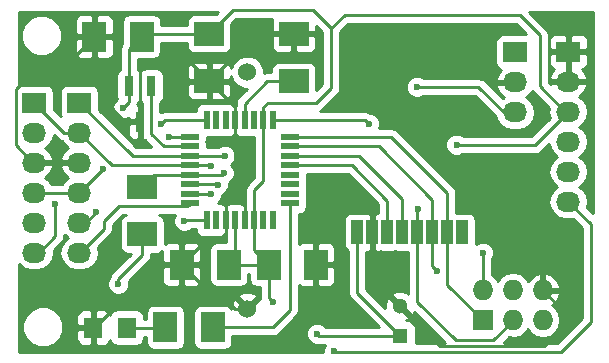
<source format=gtl>
G04 #@! TF.FileFunction,Copper,L1,Top,Signal*
%FSLAX46Y46*%
G04 Gerber Fmt 4.6, Leading zero omitted, Abs format (unit mm)*
G04 Created by KiCad (PCBNEW 4.0.2-stable) date 02.07.2016 15:57:05*
%MOMM*%
G01*
G04 APERTURE LIST*
%ADD10C,0.100000*%
%ADD11R,2.032000X1.727200*%
%ADD12O,2.032000X1.727200*%
%ADD13R,1.000000X2.000000*%
%ADD14R,1.727200X1.727200*%
%ADD15O,1.727200X1.727200*%
%ADD16R,0.550000X1.600000*%
%ADD17R,1.600000X0.550000*%
%ADD18C,1.524000*%
%ADD19R,2.000000X2.500000*%
%ADD20R,0.800100X1.800860*%
%ADD21R,2.500000X2.000000*%
%ADD22R,1.300000X1.300000*%
%ADD23C,1.300000*%
%ADD24R,1.597660X1.800860*%
%ADD25C,0.600000*%
%ADD26C,0.250000*%
%ADD27C,0.254000*%
G04 APERTURE END LIST*
D10*
D11*
X145669000Y-85979000D03*
D12*
X145669000Y-88519000D03*
X145669000Y-91059000D03*
X145669000Y-93599000D03*
X145669000Y-96139000D03*
X145669000Y-98679000D03*
D13*
X173019000Y-96965000D03*
X174289000Y-96965000D03*
X175559000Y-96965000D03*
X176829000Y-96965000D03*
X178099000Y-96965000D03*
X179369000Y-96965000D03*
X180639000Y-96965000D03*
X181909000Y-96965000D03*
D14*
X183642000Y-104394000D03*
D15*
X183642000Y-101854000D03*
X186182000Y-104394000D03*
X186182000Y-101854000D03*
X188722000Y-104394000D03*
X188722000Y-101854000D03*
D16*
X160268000Y-95944000D03*
X161068000Y-95944000D03*
X161868000Y-95944000D03*
X162668000Y-95944000D03*
X163468000Y-95944000D03*
X164268000Y-95944000D03*
X165068000Y-95944000D03*
X165868000Y-95944000D03*
D17*
X167318000Y-94494000D03*
X167318000Y-93694000D03*
X167318000Y-92894000D03*
X167318000Y-92094000D03*
X167318000Y-91294000D03*
X167318000Y-90494000D03*
X167318000Y-89694000D03*
X167318000Y-88894000D03*
D16*
X165868000Y-87444000D03*
X165068000Y-87444000D03*
X164268000Y-87444000D03*
X163468000Y-87444000D03*
X162668000Y-87444000D03*
X161868000Y-87444000D03*
X161068000Y-87444000D03*
X160268000Y-87444000D03*
D17*
X158818000Y-88894000D03*
X158818000Y-89694000D03*
X158818000Y-90494000D03*
X158818000Y-91294000D03*
X158818000Y-92094000D03*
X158818000Y-92894000D03*
X158818000Y-93694000D03*
X158818000Y-94494000D03*
D11*
X149479000Y-85979000D03*
D12*
X149479000Y-88519000D03*
X149479000Y-91059000D03*
X149479000Y-93599000D03*
X149479000Y-96139000D03*
X149479000Y-98679000D03*
D18*
X163719500Y-103425000D03*
X163719500Y-83425000D03*
D19*
X154755600Y-80391000D03*
X150755600Y-80391000D03*
D11*
X190881000Y-81661000D03*
D12*
X190881000Y-84201000D03*
X190881000Y-86741000D03*
X190881000Y-89281000D03*
X190881000Y-91821000D03*
X190881000Y-94361000D03*
D20*
X155572500Y-84604860D03*
X153672500Y-84604860D03*
X154622500Y-87607140D03*
D11*
X186372500Y-81724500D03*
D12*
X186372500Y-84264500D03*
X186372500Y-86804500D03*
D21*
X167640000Y-84169000D03*
X167640000Y-80169000D03*
X154813000Y-97123000D03*
X154813000Y-93123000D03*
D19*
X165513000Y-99695000D03*
X169513000Y-99695000D03*
D22*
X176657000Y-105727500D03*
D23*
X176657000Y-103227500D03*
D24*
X153515060Y-105029000D03*
X150675340Y-105029000D03*
D21*
X160464500Y-80169000D03*
X160464500Y-84169000D03*
D19*
X162147000Y-99695000D03*
X158147000Y-99695000D03*
X160775400Y-105003600D03*
X156775400Y-105003600D03*
D25*
X164401500Y-79184500D03*
X171450000Y-93789500D03*
X151460200Y-91617800D03*
X153187400Y-86436200D03*
X169608500Y-105537000D03*
X165862000Y-102870000D03*
X183642000Y-98679000D03*
X181419500Y-89535000D03*
X158369000Y-95986600D03*
X150876000Y-95275400D03*
X179768500Y-100203000D03*
X178117500Y-94996000D03*
X173990000Y-87757000D03*
X147447000Y-94538800D03*
X156413200Y-87757000D03*
X157048200Y-88874600D03*
X161798000Y-90487500D03*
X160591500Y-91313000D03*
X161226500Y-92964000D03*
X160655000Y-93726000D03*
X161734500Y-91948000D03*
X171069000Y-106997500D03*
X152781000Y-101346000D03*
X178054000Y-84645500D03*
D26*
X164401500Y-79184500D02*
X165227000Y-80010000D01*
X165227000Y-80010000D02*
X165227000Y-80169000D01*
X158147000Y-99695000D02*
X158147000Y-99688400D01*
X158147000Y-99688400D02*
X160096200Y-97739200D01*
X161868000Y-97059600D02*
X161868000Y-95944000D01*
X161188400Y-97739200D02*
X161868000Y-97059600D01*
X160096200Y-97739200D02*
X161188400Y-97739200D01*
X163719500Y-103425000D02*
X162657800Y-103425000D01*
X160331400Y-101879400D02*
X158147000Y-99695000D01*
X161112200Y-101879400D02*
X160331400Y-101879400D01*
X162657800Y-103425000D02*
X161112200Y-101879400D01*
X150675340Y-105029000D02*
X150698200Y-105029000D01*
X150698200Y-105029000D02*
X156032200Y-99695000D01*
X156032200Y-99695000D02*
X158147000Y-99695000D01*
X145669000Y-91059000D02*
X145567400Y-91059000D01*
X145567400Y-91059000D02*
X144119600Y-89611200D01*
X147809200Y-83337400D02*
X150755600Y-80391000D01*
X145592800Y-83337400D02*
X147809200Y-83337400D01*
X144119600Y-84810600D02*
X145592800Y-83337400D01*
X144119600Y-89611200D02*
X144119600Y-84810600D01*
X145669000Y-91059000D02*
X149479000Y-91059000D01*
X150675340Y-105029000D02*
X150675340Y-104980740D01*
X150755600Y-80391000D02*
X150755600Y-84283800D01*
X150755600Y-84283800D02*
X152222200Y-85750400D01*
X152222200Y-85750400D02*
X152222200Y-86461600D01*
X152222200Y-86461600D02*
X153367740Y-87607140D01*
X153367740Y-87607140D02*
X154622500Y-87607140D01*
X161868000Y-95944000D02*
X161868000Y-93465500D01*
X162668000Y-92665500D02*
X162668000Y-90722500D01*
X161868000Y-93465500D02*
X162668000Y-92665500D01*
X188722000Y-101854000D02*
X190373000Y-103505000D01*
X180040498Y-106610998D02*
X176657000Y-103227500D01*
X188791002Y-106610998D02*
X180040498Y-106610998D01*
X190373000Y-105029000D02*
X188791002Y-106610998D01*
X190373000Y-103505000D02*
X190373000Y-105029000D01*
X188722000Y-101854000D02*
X189039500Y-101854000D01*
X171450000Y-93789500D02*
X171450000Y-94805500D01*
X174289000Y-96965000D02*
X174289000Y-95485500D01*
X174289000Y-95485500D02*
X173609000Y-94805500D01*
X173609000Y-94805500D02*
X171450000Y-94805500D01*
X169513000Y-96742500D02*
X169513000Y-99695000D01*
X171450000Y-94805500D02*
X169513000Y-96742500D01*
X160464500Y-84169000D02*
X160464500Y-84137500D01*
X160464500Y-84137500D02*
X164433000Y-80169000D01*
X164433000Y-80169000D02*
X165227000Y-80169000D01*
X165227000Y-80169000D02*
X167640000Y-80169000D01*
X154622500Y-87607140D02*
X154622500Y-83312000D01*
X158909000Y-82613500D02*
X160464500Y-84169000D01*
X155321000Y-82613500D02*
X158909000Y-82613500D01*
X154622500Y-83312000D02*
X155321000Y-82613500D01*
X154264360Y-87249000D02*
X154622500Y-87607140D01*
X174289000Y-96965000D02*
X174289000Y-100859500D01*
X174289000Y-100859500D02*
X176657000Y-103227500D01*
X160464500Y-84169000D02*
X160464500Y-83439000D01*
X162668000Y-87444000D02*
X162668000Y-86372500D01*
X162668000Y-86372500D02*
X160464500Y-84169000D01*
X159067500Y-99695000D02*
X158147000Y-99695000D01*
X163468000Y-95944000D02*
X163468000Y-91522500D01*
X163468000Y-91522500D02*
X162668000Y-90722500D01*
X162668000Y-90722500D02*
X162668000Y-87444000D01*
X163468000Y-87444000D02*
X163468000Y-86087000D01*
X165386000Y-84169000D02*
X167640000Y-84169000D01*
X163468000Y-86087000D02*
X165386000Y-84169000D01*
X149479000Y-93599000D02*
X151460200Y-91617800D01*
X153672500Y-85951100D02*
X153672500Y-84604860D01*
X153187400Y-86436200D02*
X153672500Y-85951100D01*
X145669000Y-93599000D02*
X149479000Y-93599000D01*
X153672500Y-84604860D02*
X153672500Y-81474100D01*
X153672500Y-81474100D02*
X154755600Y-80391000D01*
X160464500Y-80169000D02*
X154977600Y-80169000D01*
X154977600Y-80169000D02*
X154755600Y-80391000D01*
X165513000Y-99695000D02*
X165513000Y-102521000D01*
X169799000Y-105727500D02*
X176657000Y-105727500D01*
X169608500Y-105537000D02*
X169799000Y-105727500D01*
X165513000Y-102521000D02*
X165862000Y-102870000D01*
X183642000Y-101854000D02*
X183642000Y-98679000D01*
X190881000Y-86741000D02*
X190627000Y-86741000D01*
X190627000Y-86741000D02*
X188468000Y-84582000D01*
X171958000Y-78549500D02*
X170815000Y-79692500D01*
X186753500Y-78549500D02*
X171958000Y-78549500D01*
X188468000Y-80264000D02*
X186753500Y-78549500D01*
X188468000Y-84582000D02*
X188468000Y-80264000D01*
X165068000Y-87444000D02*
X165068000Y-92615000D01*
X164268000Y-93415000D02*
X164268000Y-95944000D01*
X165068000Y-92615000D02*
X164268000Y-93415000D01*
X165068000Y-87444000D02*
X165068000Y-86328500D01*
X162465000Y-78168500D02*
X160464500Y-80169000D01*
X169291000Y-78168500D02*
X162465000Y-78168500D01*
X170815000Y-79692500D02*
X169291000Y-78168500D01*
X170815000Y-84709000D02*
X170815000Y-79692500D01*
X169545000Y-85979000D02*
X170815000Y-84709000D01*
X165417500Y-85979000D02*
X169545000Y-85979000D01*
X165068000Y-86328500D02*
X165417500Y-85979000D01*
X188023500Y-89598500D02*
X190881000Y-86741000D01*
X181483000Y-89598500D02*
X188023500Y-89598500D01*
X181419500Y-89535000D02*
X181483000Y-89598500D01*
X173019000Y-96965000D02*
X173019000Y-102089500D01*
X173019000Y-102089500D02*
X176657000Y-105727500D01*
X160179000Y-80454500D02*
X160464500Y-80169000D01*
X162147000Y-99695000D02*
X165513000Y-99695000D01*
X164268000Y-95944000D02*
X164268000Y-98450000D01*
X164268000Y-98450000D02*
X165513000Y-99695000D01*
X162668000Y-95944000D02*
X162668000Y-99174000D01*
X162668000Y-99174000D02*
X162147000Y-99695000D01*
X149479000Y-96139000D02*
X150012400Y-96139000D01*
X150012400Y-96139000D02*
X150876000Y-95275400D01*
X158411600Y-95944000D02*
X160268000Y-95944000D01*
X158369000Y-95986600D02*
X158411600Y-95944000D01*
X149479000Y-96139000D02*
X149415500Y-96139000D01*
X175559000Y-96965000D02*
X175559000Y-94279000D01*
X172574000Y-91294000D02*
X167318000Y-91294000D01*
X175559000Y-94279000D02*
X172574000Y-91294000D01*
X176829000Y-96965000D02*
X176829000Y-94152000D01*
X173171000Y-90494000D02*
X167318000Y-90494000D01*
X176829000Y-94152000D02*
X173171000Y-90494000D01*
X179768500Y-100203000D02*
X179369000Y-99803500D01*
X179369000Y-99803500D02*
X179369000Y-96965000D01*
X179369000Y-96965000D02*
X179369000Y-94215500D01*
X174847500Y-89694000D02*
X167318000Y-89694000D01*
X179369000Y-94215500D02*
X174847500Y-89694000D01*
X180639000Y-96965000D02*
X180639000Y-101391000D01*
X180639000Y-101391000D02*
X183642000Y-104394000D01*
X180639000Y-96965000D02*
X180639000Y-93644000D01*
X175889000Y-88894000D02*
X167318000Y-88894000D01*
X180639000Y-93644000D02*
X175889000Y-88894000D01*
X165868000Y-87444000D02*
X173677000Y-87444000D01*
X178099000Y-95014500D02*
X178099000Y-96965000D01*
X178117500Y-94996000D02*
X178099000Y-95014500D01*
X173677000Y-87444000D02*
X173990000Y-87757000D01*
X186182000Y-104394000D02*
X186182000Y-104457500D01*
X186182000Y-104457500D02*
X184531000Y-106108500D01*
X178099000Y-102851500D02*
X178099000Y-96965000D01*
X181356000Y-106108500D02*
X178099000Y-102851500D01*
X184531000Y-106108500D02*
X181356000Y-106108500D01*
X186182000Y-104394000D02*
X186182000Y-104775000D01*
X145669000Y-98679000D02*
X146050000Y-98679000D01*
X146050000Y-98679000D02*
X147447000Y-97282000D01*
X147447000Y-97282000D02*
X147447000Y-94538800D01*
X156413200Y-87757000D02*
X156726200Y-87444000D01*
X156726200Y-87444000D02*
X160268000Y-87444000D01*
X145415000Y-98679000D02*
X145478500Y-98679000D01*
X157067600Y-88894000D02*
X158818000Y-88894000D01*
X157048200Y-88874600D02*
X157067600Y-88894000D01*
X155572500Y-84604860D02*
X155572500Y-88642102D01*
X156624398Y-89694000D02*
X158818000Y-89694000D01*
X155572500Y-88642102D02*
X156624398Y-89694000D01*
X158818000Y-90494000D02*
X153994000Y-90494000D01*
X153994000Y-90494000D02*
X149479000Y-85979000D01*
X161791500Y-90494000D02*
X158818000Y-90494000D01*
X161798000Y-90487500D02*
X161791500Y-90494000D01*
X149479000Y-88519000D02*
X148209000Y-88519000D01*
X148209000Y-88519000D02*
X145669000Y-85979000D01*
X158818000Y-91294000D02*
X152254000Y-91294000D01*
X152254000Y-91294000D02*
X149479000Y-88519000D01*
X149098000Y-88519000D02*
X149479000Y-88519000D01*
X160572500Y-91294000D02*
X158818000Y-91294000D01*
X160591500Y-91313000D02*
X160572500Y-91294000D01*
X158818000Y-92894000D02*
X161156500Y-92894000D01*
X161156500Y-92894000D02*
X161226500Y-92964000D01*
X158818000Y-93694000D02*
X160623000Y-93694000D01*
X160623000Y-93694000D02*
X160655000Y-93726000D01*
X149479000Y-98679000D02*
X149542500Y-98679000D01*
X149542500Y-98679000D02*
X151574500Y-96647000D01*
X152844500Y-94742000D02*
X158570000Y-94742000D01*
X151574500Y-96012000D02*
X152844500Y-94742000D01*
X151574500Y-96647000D02*
X151574500Y-96012000D01*
X158570000Y-94742000D02*
X158818000Y-94494000D01*
X158818000Y-94610500D02*
X158818000Y-94494000D01*
X158818000Y-92094000D02*
X161588500Y-92094000D01*
X161588500Y-92094000D02*
X161734500Y-91948000D01*
X158818000Y-92094000D02*
X155842000Y-92094000D01*
X155842000Y-92094000D02*
X154813000Y-93123000D01*
X154813000Y-97123000D02*
X154813000Y-98869500D01*
X192786000Y-96266000D02*
X190881000Y-94361000D01*
X192786000Y-104521000D02*
X192786000Y-96266000D01*
X190246000Y-107061000D02*
X192786000Y-104521000D01*
X171132500Y-107061000D02*
X190246000Y-107061000D01*
X171069000Y-106997500D02*
X171132500Y-107061000D01*
X152781000Y-100901500D02*
X152781000Y-101346000D01*
X154813000Y-98869500D02*
X152781000Y-100901500D01*
X153515060Y-105029000D02*
X156750000Y-105029000D01*
X156750000Y-105029000D02*
X156775400Y-105003600D01*
X153257500Y-105029000D02*
X153384500Y-104902000D01*
X160775400Y-105003600D02*
X165862000Y-105003600D01*
X167318000Y-103547600D02*
X167318000Y-94494000D01*
X165862000Y-105003600D02*
X167318000Y-103547600D01*
X183261000Y-84645500D02*
X185420000Y-86804500D01*
X178054000Y-84645500D02*
X183261000Y-84645500D01*
X185420000Y-86804500D02*
X186372500Y-86804500D01*
D27*
G36*
X174799000Y-94593802D02*
X174799000Y-95330000D01*
X174574750Y-95330000D01*
X174416000Y-95488750D01*
X174416000Y-95943075D01*
X174411560Y-95965000D01*
X174411560Y-97965000D01*
X174416000Y-97988597D01*
X174416000Y-98441250D01*
X174574750Y-98600000D01*
X174915309Y-98600000D01*
X174942320Y-98588812D01*
X175059000Y-98612440D01*
X176059000Y-98612440D01*
X176198956Y-98586105D01*
X176329000Y-98612440D01*
X177329000Y-98612440D01*
X177339000Y-98610558D01*
X177339000Y-102173556D01*
X177320729Y-102097889D01*
X176837922Y-101929878D01*
X176327572Y-101959417D01*
X175993271Y-102097889D01*
X175937590Y-102328484D01*
X176657000Y-103047895D01*
X176671142Y-103033752D01*
X176850748Y-103213358D01*
X176836605Y-103227500D01*
X177556016Y-103946910D01*
X177786611Y-103891229D01*
X177858201Y-103685503D01*
X180473698Y-106301000D01*
X177954440Y-106301000D01*
X177954440Y-105077500D01*
X177910162Y-104842183D01*
X177771090Y-104626059D01*
X177558890Y-104481069D01*
X177307000Y-104430060D01*
X177144615Y-104430060D01*
X177320729Y-104357111D01*
X177376410Y-104126516D01*
X176657000Y-103407105D01*
X176642858Y-103421248D01*
X176463252Y-103241642D01*
X176477395Y-103227500D01*
X175757984Y-102508090D01*
X175527389Y-102563771D01*
X175359378Y-103046578D01*
X175378331Y-103374029D01*
X173779000Y-101774698D01*
X173779000Y-98600000D01*
X174003250Y-98600000D01*
X174162000Y-98441250D01*
X174162000Y-97986925D01*
X174166440Y-97965000D01*
X174166440Y-95965000D01*
X174162000Y-95941403D01*
X174162000Y-95488750D01*
X174003250Y-95330000D01*
X173662691Y-95330000D01*
X173635680Y-95341188D01*
X173519000Y-95317560D01*
X172519000Y-95317560D01*
X172283683Y-95361838D01*
X172067559Y-95500910D01*
X171922569Y-95713110D01*
X171871560Y-95965000D01*
X171871560Y-97965000D01*
X171915838Y-98200317D01*
X172054910Y-98416441D01*
X172259000Y-98555890D01*
X172259000Y-102089500D01*
X172316852Y-102380339D01*
X172481599Y-102626901D01*
X174822198Y-104967500D01*
X170361131Y-104967500D01*
X170138827Y-104744808D01*
X169795299Y-104602162D01*
X169423333Y-104601838D01*
X169079557Y-104743883D01*
X168816308Y-105006673D01*
X168673662Y-105350201D01*
X168673338Y-105722167D01*
X168815383Y-106065943D01*
X169078173Y-106329192D01*
X169421701Y-106471838D01*
X169721576Y-106472099D01*
X169799000Y-106487500D01*
X170268367Y-106487500D01*
X170134162Y-106810701D01*
X170133899Y-107113000D01*
X144347000Y-107113000D01*
X144347000Y-105321799D01*
X144670299Y-105321799D01*
X144933881Y-105959715D01*
X145421518Y-106448204D01*
X146058973Y-106712899D01*
X146749199Y-106713501D01*
X147387115Y-106449919D01*
X147875604Y-105962282D01*
X148140299Y-105324827D01*
X148140307Y-105314750D01*
X149241510Y-105314750D01*
X149241510Y-106055740D01*
X149338183Y-106289129D01*
X149516812Y-106467757D01*
X149750201Y-106564430D01*
X150389590Y-106564430D01*
X150548340Y-106405680D01*
X150548340Y-105156000D01*
X149400260Y-105156000D01*
X149241510Y-105314750D01*
X148140307Y-105314750D01*
X148140901Y-104634601D01*
X147879623Y-104002260D01*
X149241510Y-104002260D01*
X149241510Y-104743250D01*
X149400260Y-104902000D01*
X150548340Y-104902000D01*
X150548340Y-103652320D01*
X150802340Y-103652320D01*
X150802340Y-104902000D01*
X150822340Y-104902000D01*
X150822340Y-105156000D01*
X150802340Y-105156000D01*
X150802340Y-106405680D01*
X150961090Y-106564430D01*
X151600479Y-106564430D01*
X151833868Y-106467757D01*
X152012497Y-106289129D01*
X152097746Y-106083319D01*
X152113068Y-106164747D01*
X152252140Y-106380871D01*
X152464340Y-106525861D01*
X152716230Y-106576870D01*
X154313890Y-106576870D01*
X154549207Y-106532592D01*
X154765331Y-106393520D01*
X154910321Y-106181320D01*
X154961330Y-105929430D01*
X154961330Y-105789000D01*
X155127960Y-105789000D01*
X155127960Y-106253600D01*
X155172238Y-106488917D01*
X155311310Y-106705041D01*
X155523510Y-106850031D01*
X155775400Y-106901040D01*
X157775400Y-106901040D01*
X158010717Y-106856762D01*
X158226841Y-106717690D01*
X158371831Y-106505490D01*
X158422840Y-106253600D01*
X158422840Y-103753600D01*
X158378562Y-103518283D01*
X158239490Y-103302159D01*
X158027290Y-103157169D01*
X157775400Y-103106160D01*
X155775400Y-103106160D01*
X155540083Y-103150438D01*
X155323959Y-103289510D01*
X155178969Y-103501710D01*
X155127960Y-103753600D01*
X155127960Y-104269000D01*
X154961330Y-104269000D01*
X154961330Y-104128570D01*
X154917052Y-103893253D01*
X154777980Y-103677129D01*
X154565780Y-103532139D01*
X154313890Y-103481130D01*
X152716230Y-103481130D01*
X152480913Y-103525408D01*
X152264789Y-103664480D01*
X152119799Y-103876680D01*
X152099229Y-103978259D01*
X152012497Y-103768871D01*
X151833868Y-103590243D01*
X151600479Y-103493570D01*
X150961090Y-103493570D01*
X150802340Y-103652320D01*
X150548340Y-103652320D01*
X150389590Y-103493570D01*
X149750201Y-103493570D01*
X149516812Y-103590243D01*
X149338183Y-103768871D01*
X149241510Y-104002260D01*
X147879623Y-104002260D01*
X147877319Y-103996685D01*
X147389682Y-103508196D01*
X146752227Y-103243501D01*
X146062001Y-103242899D01*
X145424085Y-103506481D01*
X144935596Y-103994118D01*
X144670901Y-104631573D01*
X144670299Y-105321799D01*
X144347000Y-105321799D01*
X144347000Y-102444787D01*
X162918892Y-102444787D01*
X163719500Y-103245395D01*
X164520108Y-102444787D01*
X164450643Y-102202603D01*
X163927198Y-102015856D01*
X163372132Y-102043638D01*
X162988357Y-102202603D01*
X162918892Y-102444787D01*
X144347000Y-102444787D01*
X144347000Y-99622556D01*
X144424585Y-99738670D01*
X144910766Y-100063526D01*
X145484255Y-100177600D01*
X145853745Y-100177600D01*
X146427234Y-100063526D01*
X146913415Y-99738670D01*
X147238271Y-99252489D01*
X147352345Y-98679000D01*
X147314593Y-98489209D01*
X147984401Y-97819401D01*
X148149148Y-97572840D01*
X148207000Y-97282000D01*
X148207000Y-97157386D01*
X148234585Y-97198670D01*
X148549366Y-97409000D01*
X148234585Y-97619330D01*
X147909729Y-98105511D01*
X147795655Y-98679000D01*
X147909729Y-99252489D01*
X148234585Y-99738670D01*
X148720766Y-100063526D01*
X149294255Y-100177600D01*
X149663745Y-100177600D01*
X150237234Y-100063526D01*
X150723415Y-99738670D01*
X151048271Y-99252489D01*
X151162345Y-98679000D01*
X151071917Y-98224385D01*
X152111901Y-97184401D01*
X152276648Y-96937839D01*
X152334500Y-96647000D01*
X152334500Y-96326802D01*
X153159302Y-95502000D01*
X153422484Y-95502000D01*
X153327683Y-95519838D01*
X153111559Y-95658910D01*
X152966569Y-95871110D01*
X152915560Y-96123000D01*
X152915560Y-98123000D01*
X152959838Y-98358317D01*
X153098910Y-98574441D01*
X153311110Y-98719431D01*
X153563000Y-98770440D01*
X153837258Y-98770440D01*
X152243599Y-100364099D01*
X152078852Y-100610661D01*
X152050278Y-100754310D01*
X151988808Y-100815673D01*
X151846162Y-101159201D01*
X151845838Y-101531167D01*
X151987883Y-101874943D01*
X152250673Y-102138192D01*
X152594201Y-102280838D01*
X152966167Y-102281162D01*
X153309943Y-102139117D01*
X153573192Y-101876327D01*
X153715838Y-101532799D01*
X153716162Y-101160833D01*
X153681166Y-101076136D01*
X154776552Y-99980750D01*
X156512000Y-99980750D01*
X156512000Y-101071310D01*
X156608673Y-101304699D01*
X156787302Y-101483327D01*
X157020691Y-101580000D01*
X157861250Y-101580000D01*
X158020000Y-101421250D01*
X158020000Y-99822000D01*
X158274000Y-99822000D01*
X158274000Y-101421250D01*
X158432750Y-101580000D01*
X159273309Y-101580000D01*
X159506698Y-101483327D01*
X159685327Y-101304699D01*
X159782000Y-101071310D01*
X159782000Y-99980750D01*
X159623250Y-99822000D01*
X158274000Y-99822000D01*
X158020000Y-99822000D01*
X156670750Y-99822000D01*
X156512000Y-99980750D01*
X154776552Y-99980750D01*
X155350401Y-99406901D01*
X155515148Y-99160339D01*
X155573000Y-98869500D01*
X155573000Y-98770440D01*
X156063000Y-98770440D01*
X156298317Y-98726162D01*
X156512000Y-98588661D01*
X156512000Y-99409250D01*
X156670750Y-99568000D01*
X158020000Y-99568000D01*
X158020000Y-97968750D01*
X158274000Y-97968750D01*
X158274000Y-99568000D01*
X159623250Y-99568000D01*
X159782000Y-99409250D01*
X159782000Y-98318690D01*
X159685327Y-98085301D01*
X159506698Y-97906673D01*
X159273309Y-97810000D01*
X158432750Y-97810000D01*
X158274000Y-97968750D01*
X158020000Y-97968750D01*
X157861250Y-97810000D01*
X157020691Y-97810000D01*
X156787302Y-97906673D01*
X156710440Y-97983535D01*
X156710440Y-96123000D01*
X156666162Y-95887683D01*
X156527090Y-95671559D01*
X156314890Y-95526569D01*
X156193565Y-95502000D01*
X157557820Y-95502000D01*
X157434162Y-95799801D01*
X157433838Y-96171767D01*
X157575883Y-96515543D01*
X157838673Y-96778792D01*
X158182201Y-96921438D01*
X158554167Y-96921762D01*
X158897943Y-96779717D01*
X158973792Y-96704000D01*
X159345560Y-96704000D01*
X159345560Y-96744000D01*
X159389838Y-96979317D01*
X159528910Y-97195441D01*
X159741110Y-97340431D01*
X159993000Y-97391440D01*
X160543000Y-97391440D01*
X160672589Y-97367056D01*
X160793000Y-97391440D01*
X161343000Y-97391440D01*
X161448705Y-97371550D01*
X161466690Y-97379000D01*
X161582250Y-97379000D01*
X161678651Y-97282599D01*
X161794441Y-97208090D01*
X161867884Y-97100603D01*
X161908000Y-97162946D01*
X161908000Y-97797560D01*
X161147000Y-97797560D01*
X160911683Y-97841838D01*
X160695559Y-97980910D01*
X160550569Y-98193110D01*
X160499560Y-98445000D01*
X160499560Y-100945000D01*
X160543838Y-101180317D01*
X160682910Y-101396441D01*
X160895110Y-101541431D01*
X161147000Y-101592440D01*
X163147000Y-101592440D01*
X163382317Y-101548162D01*
X163598441Y-101409090D01*
X163743431Y-101196890D01*
X163794440Y-100945000D01*
X163794440Y-100455000D01*
X163865560Y-100455000D01*
X163865560Y-100945000D01*
X163909838Y-101180317D01*
X164048910Y-101396441D01*
X164261110Y-101541431D01*
X164513000Y-101592440D01*
X164753000Y-101592440D01*
X164753000Y-102521000D01*
X164778035Y-102646857D01*
X164699713Y-102624392D01*
X163899105Y-103425000D01*
X163913248Y-103439143D01*
X163733643Y-103618748D01*
X163719500Y-103604605D01*
X163705358Y-103618748D01*
X163525753Y-103439143D01*
X163539895Y-103425000D01*
X162739287Y-102624392D01*
X162497103Y-102693857D01*
X162310356Y-103217302D01*
X162320939Y-103428734D01*
X162239490Y-103302159D01*
X162027290Y-103157169D01*
X161775400Y-103106160D01*
X159775400Y-103106160D01*
X159540083Y-103150438D01*
X159323959Y-103289510D01*
X159178969Y-103501710D01*
X159127960Y-103753600D01*
X159127960Y-106253600D01*
X159172238Y-106488917D01*
X159311310Y-106705041D01*
X159523510Y-106850031D01*
X159775400Y-106901040D01*
X161775400Y-106901040D01*
X162010717Y-106856762D01*
X162226841Y-106717690D01*
X162371831Y-106505490D01*
X162422840Y-106253600D01*
X162422840Y-105763600D01*
X165862000Y-105763600D01*
X166152839Y-105705748D01*
X166399401Y-105541001D01*
X167855401Y-104085001D01*
X168020148Y-103838439D01*
X168078000Y-103547600D01*
X168078000Y-101408025D01*
X168153302Y-101483327D01*
X168386691Y-101580000D01*
X169227250Y-101580000D01*
X169386000Y-101421250D01*
X169386000Y-99822000D01*
X169640000Y-99822000D01*
X169640000Y-101421250D01*
X169798750Y-101580000D01*
X170639309Y-101580000D01*
X170872698Y-101483327D01*
X171051327Y-101304699D01*
X171148000Y-101071310D01*
X171148000Y-99980750D01*
X170989250Y-99822000D01*
X169640000Y-99822000D01*
X169386000Y-99822000D01*
X169366000Y-99822000D01*
X169366000Y-99568000D01*
X169386000Y-99568000D01*
X169386000Y-97968750D01*
X169640000Y-97968750D01*
X169640000Y-99568000D01*
X170989250Y-99568000D01*
X171148000Y-99409250D01*
X171148000Y-98318690D01*
X171051327Y-98085301D01*
X170872698Y-97906673D01*
X170639309Y-97810000D01*
X169798750Y-97810000D01*
X169640000Y-97968750D01*
X169386000Y-97968750D01*
X169227250Y-97810000D01*
X168386691Y-97810000D01*
X168153302Y-97906673D01*
X168078000Y-97981975D01*
X168078000Y-95416440D01*
X168118000Y-95416440D01*
X168353317Y-95372162D01*
X168569441Y-95233090D01*
X168714431Y-95020890D01*
X168765440Y-94769000D01*
X168765440Y-94219000D01*
X168741056Y-94089411D01*
X168765440Y-93969000D01*
X168765440Y-93419000D01*
X168741056Y-93289411D01*
X168765440Y-93169000D01*
X168765440Y-92619000D01*
X168741056Y-92489411D01*
X168765440Y-92369000D01*
X168765440Y-92054000D01*
X172259198Y-92054000D01*
X174799000Y-94593802D01*
X174799000Y-94593802D01*
G37*
X174799000Y-94593802D02*
X174799000Y-95330000D01*
X174574750Y-95330000D01*
X174416000Y-95488750D01*
X174416000Y-95943075D01*
X174411560Y-95965000D01*
X174411560Y-97965000D01*
X174416000Y-97988597D01*
X174416000Y-98441250D01*
X174574750Y-98600000D01*
X174915309Y-98600000D01*
X174942320Y-98588812D01*
X175059000Y-98612440D01*
X176059000Y-98612440D01*
X176198956Y-98586105D01*
X176329000Y-98612440D01*
X177329000Y-98612440D01*
X177339000Y-98610558D01*
X177339000Y-102173556D01*
X177320729Y-102097889D01*
X176837922Y-101929878D01*
X176327572Y-101959417D01*
X175993271Y-102097889D01*
X175937590Y-102328484D01*
X176657000Y-103047895D01*
X176671142Y-103033752D01*
X176850748Y-103213358D01*
X176836605Y-103227500D01*
X177556016Y-103946910D01*
X177786611Y-103891229D01*
X177858201Y-103685503D01*
X180473698Y-106301000D01*
X177954440Y-106301000D01*
X177954440Y-105077500D01*
X177910162Y-104842183D01*
X177771090Y-104626059D01*
X177558890Y-104481069D01*
X177307000Y-104430060D01*
X177144615Y-104430060D01*
X177320729Y-104357111D01*
X177376410Y-104126516D01*
X176657000Y-103407105D01*
X176642858Y-103421248D01*
X176463252Y-103241642D01*
X176477395Y-103227500D01*
X175757984Y-102508090D01*
X175527389Y-102563771D01*
X175359378Y-103046578D01*
X175378331Y-103374029D01*
X173779000Y-101774698D01*
X173779000Y-98600000D01*
X174003250Y-98600000D01*
X174162000Y-98441250D01*
X174162000Y-97986925D01*
X174166440Y-97965000D01*
X174166440Y-95965000D01*
X174162000Y-95941403D01*
X174162000Y-95488750D01*
X174003250Y-95330000D01*
X173662691Y-95330000D01*
X173635680Y-95341188D01*
X173519000Y-95317560D01*
X172519000Y-95317560D01*
X172283683Y-95361838D01*
X172067559Y-95500910D01*
X171922569Y-95713110D01*
X171871560Y-95965000D01*
X171871560Y-97965000D01*
X171915838Y-98200317D01*
X172054910Y-98416441D01*
X172259000Y-98555890D01*
X172259000Y-102089500D01*
X172316852Y-102380339D01*
X172481599Y-102626901D01*
X174822198Y-104967500D01*
X170361131Y-104967500D01*
X170138827Y-104744808D01*
X169795299Y-104602162D01*
X169423333Y-104601838D01*
X169079557Y-104743883D01*
X168816308Y-105006673D01*
X168673662Y-105350201D01*
X168673338Y-105722167D01*
X168815383Y-106065943D01*
X169078173Y-106329192D01*
X169421701Y-106471838D01*
X169721576Y-106472099D01*
X169799000Y-106487500D01*
X170268367Y-106487500D01*
X170134162Y-106810701D01*
X170133899Y-107113000D01*
X144347000Y-107113000D01*
X144347000Y-105321799D01*
X144670299Y-105321799D01*
X144933881Y-105959715D01*
X145421518Y-106448204D01*
X146058973Y-106712899D01*
X146749199Y-106713501D01*
X147387115Y-106449919D01*
X147875604Y-105962282D01*
X148140299Y-105324827D01*
X148140307Y-105314750D01*
X149241510Y-105314750D01*
X149241510Y-106055740D01*
X149338183Y-106289129D01*
X149516812Y-106467757D01*
X149750201Y-106564430D01*
X150389590Y-106564430D01*
X150548340Y-106405680D01*
X150548340Y-105156000D01*
X149400260Y-105156000D01*
X149241510Y-105314750D01*
X148140307Y-105314750D01*
X148140901Y-104634601D01*
X147879623Y-104002260D01*
X149241510Y-104002260D01*
X149241510Y-104743250D01*
X149400260Y-104902000D01*
X150548340Y-104902000D01*
X150548340Y-103652320D01*
X150802340Y-103652320D01*
X150802340Y-104902000D01*
X150822340Y-104902000D01*
X150822340Y-105156000D01*
X150802340Y-105156000D01*
X150802340Y-106405680D01*
X150961090Y-106564430D01*
X151600479Y-106564430D01*
X151833868Y-106467757D01*
X152012497Y-106289129D01*
X152097746Y-106083319D01*
X152113068Y-106164747D01*
X152252140Y-106380871D01*
X152464340Y-106525861D01*
X152716230Y-106576870D01*
X154313890Y-106576870D01*
X154549207Y-106532592D01*
X154765331Y-106393520D01*
X154910321Y-106181320D01*
X154961330Y-105929430D01*
X154961330Y-105789000D01*
X155127960Y-105789000D01*
X155127960Y-106253600D01*
X155172238Y-106488917D01*
X155311310Y-106705041D01*
X155523510Y-106850031D01*
X155775400Y-106901040D01*
X157775400Y-106901040D01*
X158010717Y-106856762D01*
X158226841Y-106717690D01*
X158371831Y-106505490D01*
X158422840Y-106253600D01*
X158422840Y-103753600D01*
X158378562Y-103518283D01*
X158239490Y-103302159D01*
X158027290Y-103157169D01*
X157775400Y-103106160D01*
X155775400Y-103106160D01*
X155540083Y-103150438D01*
X155323959Y-103289510D01*
X155178969Y-103501710D01*
X155127960Y-103753600D01*
X155127960Y-104269000D01*
X154961330Y-104269000D01*
X154961330Y-104128570D01*
X154917052Y-103893253D01*
X154777980Y-103677129D01*
X154565780Y-103532139D01*
X154313890Y-103481130D01*
X152716230Y-103481130D01*
X152480913Y-103525408D01*
X152264789Y-103664480D01*
X152119799Y-103876680D01*
X152099229Y-103978259D01*
X152012497Y-103768871D01*
X151833868Y-103590243D01*
X151600479Y-103493570D01*
X150961090Y-103493570D01*
X150802340Y-103652320D01*
X150548340Y-103652320D01*
X150389590Y-103493570D01*
X149750201Y-103493570D01*
X149516812Y-103590243D01*
X149338183Y-103768871D01*
X149241510Y-104002260D01*
X147879623Y-104002260D01*
X147877319Y-103996685D01*
X147389682Y-103508196D01*
X146752227Y-103243501D01*
X146062001Y-103242899D01*
X145424085Y-103506481D01*
X144935596Y-103994118D01*
X144670901Y-104631573D01*
X144670299Y-105321799D01*
X144347000Y-105321799D01*
X144347000Y-102444787D01*
X162918892Y-102444787D01*
X163719500Y-103245395D01*
X164520108Y-102444787D01*
X164450643Y-102202603D01*
X163927198Y-102015856D01*
X163372132Y-102043638D01*
X162988357Y-102202603D01*
X162918892Y-102444787D01*
X144347000Y-102444787D01*
X144347000Y-99622556D01*
X144424585Y-99738670D01*
X144910766Y-100063526D01*
X145484255Y-100177600D01*
X145853745Y-100177600D01*
X146427234Y-100063526D01*
X146913415Y-99738670D01*
X147238271Y-99252489D01*
X147352345Y-98679000D01*
X147314593Y-98489209D01*
X147984401Y-97819401D01*
X148149148Y-97572840D01*
X148207000Y-97282000D01*
X148207000Y-97157386D01*
X148234585Y-97198670D01*
X148549366Y-97409000D01*
X148234585Y-97619330D01*
X147909729Y-98105511D01*
X147795655Y-98679000D01*
X147909729Y-99252489D01*
X148234585Y-99738670D01*
X148720766Y-100063526D01*
X149294255Y-100177600D01*
X149663745Y-100177600D01*
X150237234Y-100063526D01*
X150723415Y-99738670D01*
X151048271Y-99252489D01*
X151162345Y-98679000D01*
X151071917Y-98224385D01*
X152111901Y-97184401D01*
X152276648Y-96937839D01*
X152334500Y-96647000D01*
X152334500Y-96326802D01*
X153159302Y-95502000D01*
X153422484Y-95502000D01*
X153327683Y-95519838D01*
X153111559Y-95658910D01*
X152966569Y-95871110D01*
X152915560Y-96123000D01*
X152915560Y-98123000D01*
X152959838Y-98358317D01*
X153098910Y-98574441D01*
X153311110Y-98719431D01*
X153563000Y-98770440D01*
X153837258Y-98770440D01*
X152243599Y-100364099D01*
X152078852Y-100610661D01*
X152050278Y-100754310D01*
X151988808Y-100815673D01*
X151846162Y-101159201D01*
X151845838Y-101531167D01*
X151987883Y-101874943D01*
X152250673Y-102138192D01*
X152594201Y-102280838D01*
X152966167Y-102281162D01*
X153309943Y-102139117D01*
X153573192Y-101876327D01*
X153715838Y-101532799D01*
X153716162Y-101160833D01*
X153681166Y-101076136D01*
X154776552Y-99980750D01*
X156512000Y-99980750D01*
X156512000Y-101071310D01*
X156608673Y-101304699D01*
X156787302Y-101483327D01*
X157020691Y-101580000D01*
X157861250Y-101580000D01*
X158020000Y-101421250D01*
X158020000Y-99822000D01*
X158274000Y-99822000D01*
X158274000Y-101421250D01*
X158432750Y-101580000D01*
X159273309Y-101580000D01*
X159506698Y-101483327D01*
X159685327Y-101304699D01*
X159782000Y-101071310D01*
X159782000Y-99980750D01*
X159623250Y-99822000D01*
X158274000Y-99822000D01*
X158020000Y-99822000D01*
X156670750Y-99822000D01*
X156512000Y-99980750D01*
X154776552Y-99980750D01*
X155350401Y-99406901D01*
X155515148Y-99160339D01*
X155573000Y-98869500D01*
X155573000Y-98770440D01*
X156063000Y-98770440D01*
X156298317Y-98726162D01*
X156512000Y-98588661D01*
X156512000Y-99409250D01*
X156670750Y-99568000D01*
X158020000Y-99568000D01*
X158020000Y-97968750D01*
X158274000Y-97968750D01*
X158274000Y-99568000D01*
X159623250Y-99568000D01*
X159782000Y-99409250D01*
X159782000Y-98318690D01*
X159685327Y-98085301D01*
X159506698Y-97906673D01*
X159273309Y-97810000D01*
X158432750Y-97810000D01*
X158274000Y-97968750D01*
X158020000Y-97968750D01*
X157861250Y-97810000D01*
X157020691Y-97810000D01*
X156787302Y-97906673D01*
X156710440Y-97983535D01*
X156710440Y-96123000D01*
X156666162Y-95887683D01*
X156527090Y-95671559D01*
X156314890Y-95526569D01*
X156193565Y-95502000D01*
X157557820Y-95502000D01*
X157434162Y-95799801D01*
X157433838Y-96171767D01*
X157575883Y-96515543D01*
X157838673Y-96778792D01*
X158182201Y-96921438D01*
X158554167Y-96921762D01*
X158897943Y-96779717D01*
X158973792Y-96704000D01*
X159345560Y-96704000D01*
X159345560Y-96744000D01*
X159389838Y-96979317D01*
X159528910Y-97195441D01*
X159741110Y-97340431D01*
X159993000Y-97391440D01*
X160543000Y-97391440D01*
X160672589Y-97367056D01*
X160793000Y-97391440D01*
X161343000Y-97391440D01*
X161448705Y-97371550D01*
X161466690Y-97379000D01*
X161582250Y-97379000D01*
X161678651Y-97282599D01*
X161794441Y-97208090D01*
X161867884Y-97100603D01*
X161908000Y-97162946D01*
X161908000Y-97797560D01*
X161147000Y-97797560D01*
X160911683Y-97841838D01*
X160695559Y-97980910D01*
X160550569Y-98193110D01*
X160499560Y-98445000D01*
X160499560Y-100945000D01*
X160543838Y-101180317D01*
X160682910Y-101396441D01*
X160895110Y-101541431D01*
X161147000Y-101592440D01*
X163147000Y-101592440D01*
X163382317Y-101548162D01*
X163598441Y-101409090D01*
X163743431Y-101196890D01*
X163794440Y-100945000D01*
X163794440Y-100455000D01*
X163865560Y-100455000D01*
X163865560Y-100945000D01*
X163909838Y-101180317D01*
X164048910Y-101396441D01*
X164261110Y-101541431D01*
X164513000Y-101592440D01*
X164753000Y-101592440D01*
X164753000Y-102521000D01*
X164778035Y-102646857D01*
X164699713Y-102624392D01*
X163899105Y-103425000D01*
X163913248Y-103439143D01*
X163733643Y-103618748D01*
X163719500Y-103604605D01*
X163705358Y-103618748D01*
X163525753Y-103439143D01*
X163539895Y-103425000D01*
X162739287Y-102624392D01*
X162497103Y-102693857D01*
X162310356Y-103217302D01*
X162320939Y-103428734D01*
X162239490Y-103302159D01*
X162027290Y-103157169D01*
X161775400Y-103106160D01*
X159775400Y-103106160D01*
X159540083Y-103150438D01*
X159323959Y-103289510D01*
X159178969Y-103501710D01*
X159127960Y-103753600D01*
X159127960Y-106253600D01*
X159172238Y-106488917D01*
X159311310Y-106705041D01*
X159523510Y-106850031D01*
X159775400Y-106901040D01*
X161775400Y-106901040D01*
X162010717Y-106856762D01*
X162226841Y-106717690D01*
X162371831Y-106505490D01*
X162422840Y-106253600D01*
X162422840Y-105763600D01*
X165862000Y-105763600D01*
X166152839Y-105705748D01*
X166399401Y-105541001D01*
X167855401Y-104085001D01*
X168020148Y-103838439D01*
X168078000Y-103547600D01*
X168078000Y-101408025D01*
X168153302Y-101483327D01*
X168386691Y-101580000D01*
X169227250Y-101580000D01*
X169386000Y-101421250D01*
X169386000Y-99822000D01*
X169640000Y-99822000D01*
X169640000Y-101421250D01*
X169798750Y-101580000D01*
X170639309Y-101580000D01*
X170872698Y-101483327D01*
X171051327Y-101304699D01*
X171148000Y-101071310D01*
X171148000Y-99980750D01*
X170989250Y-99822000D01*
X169640000Y-99822000D01*
X169386000Y-99822000D01*
X169366000Y-99822000D01*
X169366000Y-99568000D01*
X169386000Y-99568000D01*
X169386000Y-97968750D01*
X169640000Y-97968750D01*
X169640000Y-99568000D01*
X170989250Y-99568000D01*
X171148000Y-99409250D01*
X171148000Y-98318690D01*
X171051327Y-98085301D01*
X170872698Y-97906673D01*
X170639309Y-97810000D01*
X169798750Y-97810000D01*
X169640000Y-97968750D01*
X169386000Y-97968750D01*
X169227250Y-97810000D01*
X168386691Y-97810000D01*
X168153302Y-97906673D01*
X168078000Y-97981975D01*
X168078000Y-95416440D01*
X168118000Y-95416440D01*
X168353317Y-95372162D01*
X168569441Y-95233090D01*
X168714431Y-95020890D01*
X168765440Y-94769000D01*
X168765440Y-94219000D01*
X168741056Y-94089411D01*
X168765440Y-93969000D01*
X168765440Y-93419000D01*
X168741056Y-93289411D01*
X168765440Y-93169000D01*
X168765440Y-92619000D01*
X168741056Y-92489411D01*
X168765440Y-92369000D01*
X168765440Y-92054000D01*
X172259198Y-92054000D01*
X174799000Y-94593802D01*
G36*
X187342658Y-80213460D02*
X185356500Y-80213460D01*
X185121183Y-80257738D01*
X184905059Y-80396810D01*
X184760069Y-80609010D01*
X184709060Y-80860900D01*
X184709060Y-82588100D01*
X184753338Y-82823417D01*
X184892410Y-83039541D01*
X185104610Y-83184531D01*
X185199427Y-83203732D01*
X185021768Y-83362464D01*
X184767791Y-83889709D01*
X184765142Y-83905474D01*
X184886283Y-84137500D01*
X186245500Y-84137500D01*
X186245500Y-84117500D01*
X186499500Y-84117500D01*
X186499500Y-84137500D01*
X186519500Y-84137500D01*
X186519500Y-84391500D01*
X186499500Y-84391500D01*
X186499500Y-84411500D01*
X186245500Y-84411500D01*
X186245500Y-84391500D01*
X184886283Y-84391500D01*
X184765142Y-84623526D01*
X184767791Y-84639291D01*
X185021768Y-85166536D01*
X185437569Y-85538039D01*
X185312146Y-85621844D01*
X183798401Y-84108099D01*
X183551839Y-83943352D01*
X183261000Y-83885500D01*
X178616463Y-83885500D01*
X178584327Y-83853308D01*
X178240799Y-83710662D01*
X177868833Y-83710338D01*
X177525057Y-83852383D01*
X177261808Y-84115173D01*
X177119162Y-84458701D01*
X177118838Y-84830667D01*
X177260883Y-85174443D01*
X177523673Y-85437692D01*
X177867201Y-85580338D01*
X178239167Y-85580662D01*
X178582943Y-85438617D01*
X178616118Y-85405500D01*
X182946198Y-85405500D01*
X184774560Y-87233862D01*
X184803229Y-87377989D01*
X185128085Y-87864170D01*
X185614266Y-88189026D01*
X186187755Y-88303100D01*
X186557245Y-88303100D01*
X187130734Y-88189026D01*
X187616915Y-87864170D01*
X187941771Y-87377989D01*
X188055845Y-86804500D01*
X187941771Y-86231011D01*
X187616915Y-85744830D01*
X187307431Y-85538039D01*
X187723232Y-85166536D01*
X187823295Y-84958809D01*
X187930599Y-85119401D01*
X189256477Y-86445279D01*
X189197655Y-86741000D01*
X189298619Y-87248579D01*
X187708698Y-88838500D01*
X182045352Y-88838500D01*
X181949827Y-88742808D01*
X181606299Y-88600162D01*
X181234333Y-88599838D01*
X180890557Y-88741883D01*
X180627308Y-89004673D01*
X180484662Y-89348201D01*
X180484338Y-89720167D01*
X180626383Y-90063943D01*
X180889173Y-90327192D01*
X181232701Y-90469838D01*
X181604667Y-90470162D01*
X181874910Y-90358500D01*
X188023500Y-90358500D01*
X188314339Y-90300648D01*
X188560901Y-90135901D01*
X189233848Y-89462954D01*
X189311729Y-89854489D01*
X189636585Y-90340670D01*
X189951366Y-90551000D01*
X189636585Y-90761330D01*
X189311729Y-91247511D01*
X189197655Y-91821000D01*
X189311729Y-92394489D01*
X189636585Y-92880670D01*
X189951366Y-93091000D01*
X189636585Y-93301330D01*
X189311729Y-93787511D01*
X189197655Y-94361000D01*
X189311729Y-94934489D01*
X189636585Y-95420670D01*
X190122766Y-95745526D01*
X190696255Y-95859600D01*
X191065745Y-95859600D01*
X191265137Y-95819939D01*
X192026000Y-96580802D01*
X192026000Y-104206198D01*
X189931198Y-106301000D01*
X185413302Y-106301000D01*
X185856991Y-105857311D01*
X186182000Y-105921959D01*
X186755489Y-105807885D01*
X187241670Y-105483029D01*
X187452000Y-105168248D01*
X187662330Y-105483029D01*
X188148511Y-105807885D01*
X188722000Y-105921959D01*
X189295489Y-105807885D01*
X189781670Y-105483029D01*
X190106526Y-104996848D01*
X190220600Y-104423359D01*
X190220600Y-104364641D01*
X190106526Y-103791152D01*
X189781670Y-103304971D01*
X189510839Y-103124008D01*
X189928821Y-102742490D01*
X190176968Y-102213027D01*
X190056469Y-101981000D01*
X188849000Y-101981000D01*
X188849000Y-102001000D01*
X188595000Y-102001000D01*
X188595000Y-101981000D01*
X188575000Y-101981000D01*
X188575000Y-101727000D01*
X188595000Y-101727000D01*
X188595000Y-100520183D01*
X188849000Y-100520183D01*
X188849000Y-101727000D01*
X190056469Y-101727000D01*
X190176968Y-101494973D01*
X189928821Y-100965510D01*
X189496947Y-100571312D01*
X189081026Y-100399042D01*
X188849000Y-100520183D01*
X188595000Y-100520183D01*
X188362974Y-100399042D01*
X187947053Y-100571312D01*
X187515179Y-100965510D01*
X187457664Y-101088228D01*
X187241670Y-100764971D01*
X186755489Y-100440115D01*
X186182000Y-100326041D01*
X185608511Y-100440115D01*
X185122330Y-100764971D01*
X184912000Y-101079752D01*
X184701670Y-100764971D01*
X184402000Y-100564738D01*
X184402000Y-99241463D01*
X184434192Y-99209327D01*
X184576838Y-98865799D01*
X184577162Y-98493833D01*
X184435117Y-98150057D01*
X184172327Y-97886808D01*
X183828799Y-97744162D01*
X183456833Y-97743838D01*
X183113057Y-97885883D01*
X183056440Y-97942401D01*
X183056440Y-95965000D01*
X183012162Y-95729683D01*
X182873090Y-95513559D01*
X182660890Y-95368569D01*
X182409000Y-95317560D01*
X181409000Y-95317560D01*
X181399000Y-95319442D01*
X181399000Y-93644000D01*
X181341148Y-93353161D01*
X181341148Y-93353160D01*
X181176401Y-93106599D01*
X176426401Y-88356599D01*
X176179839Y-88191852D01*
X175889000Y-88134000D01*
X174845859Y-88134000D01*
X174924838Y-87943799D01*
X174925162Y-87571833D01*
X174783117Y-87228057D01*
X174520327Y-86964808D01*
X174176799Y-86822162D01*
X174087916Y-86822085D01*
X173967839Y-86741852D01*
X173677000Y-86684000D01*
X169821501Y-86684000D01*
X169835839Y-86681148D01*
X170082401Y-86516401D01*
X171352401Y-85246401D01*
X171517148Y-84999840D01*
X171575000Y-84709000D01*
X171575000Y-80007302D01*
X172272802Y-79309500D01*
X186438698Y-79309500D01*
X187342658Y-80213460D01*
X187342658Y-80213460D01*
G37*
X187342658Y-80213460D02*
X185356500Y-80213460D01*
X185121183Y-80257738D01*
X184905059Y-80396810D01*
X184760069Y-80609010D01*
X184709060Y-80860900D01*
X184709060Y-82588100D01*
X184753338Y-82823417D01*
X184892410Y-83039541D01*
X185104610Y-83184531D01*
X185199427Y-83203732D01*
X185021768Y-83362464D01*
X184767791Y-83889709D01*
X184765142Y-83905474D01*
X184886283Y-84137500D01*
X186245500Y-84137500D01*
X186245500Y-84117500D01*
X186499500Y-84117500D01*
X186499500Y-84137500D01*
X186519500Y-84137500D01*
X186519500Y-84391500D01*
X186499500Y-84391500D01*
X186499500Y-84411500D01*
X186245500Y-84411500D01*
X186245500Y-84391500D01*
X184886283Y-84391500D01*
X184765142Y-84623526D01*
X184767791Y-84639291D01*
X185021768Y-85166536D01*
X185437569Y-85538039D01*
X185312146Y-85621844D01*
X183798401Y-84108099D01*
X183551839Y-83943352D01*
X183261000Y-83885500D01*
X178616463Y-83885500D01*
X178584327Y-83853308D01*
X178240799Y-83710662D01*
X177868833Y-83710338D01*
X177525057Y-83852383D01*
X177261808Y-84115173D01*
X177119162Y-84458701D01*
X177118838Y-84830667D01*
X177260883Y-85174443D01*
X177523673Y-85437692D01*
X177867201Y-85580338D01*
X178239167Y-85580662D01*
X178582943Y-85438617D01*
X178616118Y-85405500D01*
X182946198Y-85405500D01*
X184774560Y-87233862D01*
X184803229Y-87377989D01*
X185128085Y-87864170D01*
X185614266Y-88189026D01*
X186187755Y-88303100D01*
X186557245Y-88303100D01*
X187130734Y-88189026D01*
X187616915Y-87864170D01*
X187941771Y-87377989D01*
X188055845Y-86804500D01*
X187941771Y-86231011D01*
X187616915Y-85744830D01*
X187307431Y-85538039D01*
X187723232Y-85166536D01*
X187823295Y-84958809D01*
X187930599Y-85119401D01*
X189256477Y-86445279D01*
X189197655Y-86741000D01*
X189298619Y-87248579D01*
X187708698Y-88838500D01*
X182045352Y-88838500D01*
X181949827Y-88742808D01*
X181606299Y-88600162D01*
X181234333Y-88599838D01*
X180890557Y-88741883D01*
X180627308Y-89004673D01*
X180484662Y-89348201D01*
X180484338Y-89720167D01*
X180626383Y-90063943D01*
X180889173Y-90327192D01*
X181232701Y-90469838D01*
X181604667Y-90470162D01*
X181874910Y-90358500D01*
X188023500Y-90358500D01*
X188314339Y-90300648D01*
X188560901Y-90135901D01*
X189233848Y-89462954D01*
X189311729Y-89854489D01*
X189636585Y-90340670D01*
X189951366Y-90551000D01*
X189636585Y-90761330D01*
X189311729Y-91247511D01*
X189197655Y-91821000D01*
X189311729Y-92394489D01*
X189636585Y-92880670D01*
X189951366Y-93091000D01*
X189636585Y-93301330D01*
X189311729Y-93787511D01*
X189197655Y-94361000D01*
X189311729Y-94934489D01*
X189636585Y-95420670D01*
X190122766Y-95745526D01*
X190696255Y-95859600D01*
X191065745Y-95859600D01*
X191265137Y-95819939D01*
X192026000Y-96580802D01*
X192026000Y-104206198D01*
X189931198Y-106301000D01*
X185413302Y-106301000D01*
X185856991Y-105857311D01*
X186182000Y-105921959D01*
X186755489Y-105807885D01*
X187241670Y-105483029D01*
X187452000Y-105168248D01*
X187662330Y-105483029D01*
X188148511Y-105807885D01*
X188722000Y-105921959D01*
X189295489Y-105807885D01*
X189781670Y-105483029D01*
X190106526Y-104996848D01*
X190220600Y-104423359D01*
X190220600Y-104364641D01*
X190106526Y-103791152D01*
X189781670Y-103304971D01*
X189510839Y-103124008D01*
X189928821Y-102742490D01*
X190176968Y-102213027D01*
X190056469Y-101981000D01*
X188849000Y-101981000D01*
X188849000Y-102001000D01*
X188595000Y-102001000D01*
X188595000Y-101981000D01*
X188575000Y-101981000D01*
X188575000Y-101727000D01*
X188595000Y-101727000D01*
X188595000Y-100520183D01*
X188849000Y-100520183D01*
X188849000Y-101727000D01*
X190056469Y-101727000D01*
X190176968Y-101494973D01*
X189928821Y-100965510D01*
X189496947Y-100571312D01*
X189081026Y-100399042D01*
X188849000Y-100520183D01*
X188595000Y-100520183D01*
X188362974Y-100399042D01*
X187947053Y-100571312D01*
X187515179Y-100965510D01*
X187457664Y-101088228D01*
X187241670Y-100764971D01*
X186755489Y-100440115D01*
X186182000Y-100326041D01*
X185608511Y-100440115D01*
X185122330Y-100764971D01*
X184912000Y-101079752D01*
X184701670Y-100764971D01*
X184402000Y-100564738D01*
X184402000Y-99241463D01*
X184434192Y-99209327D01*
X184576838Y-98865799D01*
X184577162Y-98493833D01*
X184435117Y-98150057D01*
X184172327Y-97886808D01*
X183828799Y-97744162D01*
X183456833Y-97743838D01*
X183113057Y-97885883D01*
X183056440Y-97942401D01*
X183056440Y-95965000D01*
X183012162Y-95729683D01*
X182873090Y-95513559D01*
X182660890Y-95368569D01*
X182409000Y-95317560D01*
X181409000Y-95317560D01*
X181399000Y-95319442D01*
X181399000Y-93644000D01*
X181341148Y-93353161D01*
X181341148Y-93353160D01*
X181176401Y-93106599D01*
X176426401Y-88356599D01*
X176179839Y-88191852D01*
X175889000Y-88134000D01*
X174845859Y-88134000D01*
X174924838Y-87943799D01*
X174925162Y-87571833D01*
X174783117Y-87228057D01*
X174520327Y-86964808D01*
X174176799Y-86822162D01*
X174087916Y-86822085D01*
X173967839Y-86741852D01*
X173677000Y-86684000D01*
X169821501Y-86684000D01*
X169835839Y-86681148D01*
X170082401Y-86516401D01*
X171352401Y-85246401D01*
X171517148Y-84999840D01*
X171575000Y-84709000D01*
X171575000Y-80007302D01*
X172272802Y-79309500D01*
X186438698Y-79309500D01*
X187342658Y-80213460D01*
G36*
X192965000Y-95370198D02*
X192463381Y-94868579D01*
X192564345Y-94361000D01*
X192450271Y-93787511D01*
X192125415Y-93301330D01*
X191810634Y-93091000D01*
X192125415Y-92880670D01*
X192450271Y-92394489D01*
X192564345Y-91821000D01*
X192450271Y-91247511D01*
X192125415Y-90761330D01*
X191810634Y-90551000D01*
X192125415Y-90340670D01*
X192450271Y-89854489D01*
X192564345Y-89281000D01*
X192450271Y-88707511D01*
X192125415Y-88221330D01*
X191810634Y-88011000D01*
X192125415Y-87800670D01*
X192450271Y-87314489D01*
X192564345Y-86741000D01*
X192450271Y-86167511D01*
X192125415Y-85681330D01*
X191815931Y-85474539D01*
X192231732Y-85103036D01*
X192485709Y-84575791D01*
X192488358Y-84560026D01*
X192367217Y-84328000D01*
X191008000Y-84328000D01*
X191008000Y-84348000D01*
X190754000Y-84348000D01*
X190754000Y-84328000D01*
X189394783Y-84328000D01*
X189358430Y-84397628D01*
X189228000Y-84267198D01*
X189228000Y-81946750D01*
X189230000Y-81946750D01*
X189230000Y-82650910D01*
X189326673Y-82884299D01*
X189505302Y-83062927D01*
X189702861Y-83144759D01*
X189530268Y-83298964D01*
X189276291Y-83826209D01*
X189273642Y-83841974D01*
X189394783Y-84074000D01*
X190754000Y-84074000D01*
X190754000Y-81788000D01*
X191008000Y-81788000D01*
X191008000Y-84074000D01*
X192367217Y-84074000D01*
X192488358Y-83841974D01*
X192485709Y-83826209D01*
X192231732Y-83298964D01*
X192059139Y-83144759D01*
X192256698Y-83062927D01*
X192435327Y-82884299D01*
X192532000Y-82650910D01*
X192532000Y-81946750D01*
X192373250Y-81788000D01*
X191008000Y-81788000D01*
X190754000Y-81788000D01*
X189388750Y-81788000D01*
X189230000Y-81946750D01*
X189228000Y-81946750D01*
X189228000Y-80671090D01*
X189230000Y-80671090D01*
X189230000Y-81375250D01*
X189388750Y-81534000D01*
X190754000Y-81534000D01*
X190754000Y-80321150D01*
X191008000Y-80321150D01*
X191008000Y-81534000D01*
X192373250Y-81534000D01*
X192532000Y-81375250D01*
X192532000Y-80671090D01*
X192435327Y-80437701D01*
X192256698Y-80259073D01*
X192023309Y-80162400D01*
X191166750Y-80162400D01*
X191008000Y-80321150D01*
X190754000Y-80321150D01*
X190595250Y-80162400D01*
X189738691Y-80162400D01*
X189505302Y-80259073D01*
X189326673Y-80437701D01*
X189230000Y-80671090D01*
X189228000Y-80671090D01*
X189228000Y-80264000D01*
X189170148Y-79973161D01*
X189005401Y-79726599D01*
X187585802Y-78307000D01*
X192965000Y-78307000D01*
X192965000Y-95370198D01*
X192965000Y-95370198D01*
G37*
X192965000Y-95370198D02*
X192463381Y-94868579D01*
X192564345Y-94361000D01*
X192450271Y-93787511D01*
X192125415Y-93301330D01*
X191810634Y-93091000D01*
X192125415Y-92880670D01*
X192450271Y-92394489D01*
X192564345Y-91821000D01*
X192450271Y-91247511D01*
X192125415Y-90761330D01*
X191810634Y-90551000D01*
X192125415Y-90340670D01*
X192450271Y-89854489D01*
X192564345Y-89281000D01*
X192450271Y-88707511D01*
X192125415Y-88221330D01*
X191810634Y-88011000D01*
X192125415Y-87800670D01*
X192450271Y-87314489D01*
X192564345Y-86741000D01*
X192450271Y-86167511D01*
X192125415Y-85681330D01*
X191815931Y-85474539D01*
X192231732Y-85103036D01*
X192485709Y-84575791D01*
X192488358Y-84560026D01*
X192367217Y-84328000D01*
X191008000Y-84328000D01*
X191008000Y-84348000D01*
X190754000Y-84348000D01*
X190754000Y-84328000D01*
X189394783Y-84328000D01*
X189358430Y-84397628D01*
X189228000Y-84267198D01*
X189228000Y-81946750D01*
X189230000Y-81946750D01*
X189230000Y-82650910D01*
X189326673Y-82884299D01*
X189505302Y-83062927D01*
X189702861Y-83144759D01*
X189530268Y-83298964D01*
X189276291Y-83826209D01*
X189273642Y-83841974D01*
X189394783Y-84074000D01*
X190754000Y-84074000D01*
X190754000Y-81788000D01*
X191008000Y-81788000D01*
X191008000Y-84074000D01*
X192367217Y-84074000D01*
X192488358Y-83841974D01*
X192485709Y-83826209D01*
X192231732Y-83298964D01*
X192059139Y-83144759D01*
X192256698Y-83062927D01*
X192435327Y-82884299D01*
X192532000Y-82650910D01*
X192532000Y-81946750D01*
X192373250Y-81788000D01*
X191008000Y-81788000D01*
X190754000Y-81788000D01*
X189388750Y-81788000D01*
X189230000Y-81946750D01*
X189228000Y-81946750D01*
X189228000Y-80671090D01*
X189230000Y-80671090D01*
X189230000Y-81375250D01*
X189388750Y-81534000D01*
X190754000Y-81534000D01*
X190754000Y-80321150D01*
X191008000Y-80321150D01*
X191008000Y-81534000D01*
X192373250Y-81534000D01*
X192532000Y-81375250D01*
X192532000Y-80671090D01*
X192435327Y-80437701D01*
X192256698Y-80259073D01*
X192023309Y-80162400D01*
X191166750Y-80162400D01*
X191008000Y-80321150D01*
X190754000Y-80321150D01*
X190595250Y-80162400D01*
X189738691Y-80162400D01*
X189505302Y-80259073D01*
X189326673Y-80437701D01*
X189230000Y-80671090D01*
X189228000Y-80671090D01*
X189228000Y-80264000D01*
X189170148Y-79973161D01*
X189005401Y-79726599D01*
X187585802Y-78307000D01*
X192965000Y-78307000D01*
X192965000Y-95370198D01*
G36*
X162728910Y-88695441D02*
X162859245Y-88784495D01*
X162953750Y-88879000D01*
X163069310Y-88879000D01*
X163089753Y-88870532D01*
X163193000Y-88891440D01*
X163743000Y-88891440D01*
X163872589Y-88867056D01*
X163993000Y-88891440D01*
X164308000Y-88891440D01*
X164308000Y-92300198D01*
X163730599Y-92877599D01*
X163565852Y-93124161D01*
X163508000Y-93415000D01*
X163508000Y-94729025D01*
X163468116Y-94787397D01*
X163407090Y-94692559D01*
X163276755Y-94603505D01*
X163182250Y-94509000D01*
X163066690Y-94509000D01*
X163046247Y-94517468D01*
X162943000Y-94496560D01*
X162393000Y-94496560D01*
X162287295Y-94516450D01*
X162269310Y-94509000D01*
X162153750Y-94509000D01*
X162057349Y-94605401D01*
X161941559Y-94679910D01*
X161868116Y-94787397D01*
X161807090Y-94692559D01*
X161676755Y-94603505D01*
X161582250Y-94509000D01*
X161466690Y-94509000D01*
X161446247Y-94517468D01*
X161343000Y-94496560D01*
X161206539Y-94496560D01*
X161447192Y-94256327D01*
X161589838Y-93912799D01*
X161589914Y-93825512D01*
X161755443Y-93757117D01*
X162018692Y-93494327D01*
X162161338Y-93150799D01*
X162161658Y-92783174D01*
X162263443Y-92741117D01*
X162526692Y-92478327D01*
X162669338Y-92134799D01*
X162669662Y-91762833D01*
X162527617Y-91419057D01*
X162358235Y-91249379D01*
X162590192Y-91017827D01*
X162732838Y-90674299D01*
X162733162Y-90302333D01*
X162591117Y-89958557D01*
X162328327Y-89695308D01*
X161984799Y-89552662D01*
X161612833Y-89552338D01*
X161269057Y-89694383D01*
X161229371Y-89734000D01*
X160265440Y-89734000D01*
X160265440Y-89419000D01*
X160241056Y-89289411D01*
X160265440Y-89169000D01*
X160265440Y-88891440D01*
X160543000Y-88891440D01*
X160672589Y-88867056D01*
X160793000Y-88891440D01*
X161343000Y-88891440D01*
X161472589Y-88867056D01*
X161593000Y-88891440D01*
X162143000Y-88891440D01*
X162248705Y-88871550D01*
X162266690Y-88879000D01*
X162382250Y-88879000D01*
X162478651Y-88782599D01*
X162594441Y-88708090D01*
X162667884Y-88600603D01*
X162728910Y-88695441D01*
X162728910Y-88695441D01*
G37*
X162728910Y-88695441D02*
X162859245Y-88784495D01*
X162953750Y-88879000D01*
X163069310Y-88879000D01*
X163089753Y-88870532D01*
X163193000Y-88891440D01*
X163743000Y-88891440D01*
X163872589Y-88867056D01*
X163993000Y-88891440D01*
X164308000Y-88891440D01*
X164308000Y-92300198D01*
X163730599Y-92877599D01*
X163565852Y-93124161D01*
X163508000Y-93415000D01*
X163508000Y-94729025D01*
X163468116Y-94787397D01*
X163407090Y-94692559D01*
X163276755Y-94603505D01*
X163182250Y-94509000D01*
X163066690Y-94509000D01*
X163046247Y-94517468D01*
X162943000Y-94496560D01*
X162393000Y-94496560D01*
X162287295Y-94516450D01*
X162269310Y-94509000D01*
X162153750Y-94509000D01*
X162057349Y-94605401D01*
X161941559Y-94679910D01*
X161868116Y-94787397D01*
X161807090Y-94692559D01*
X161676755Y-94603505D01*
X161582250Y-94509000D01*
X161466690Y-94509000D01*
X161446247Y-94517468D01*
X161343000Y-94496560D01*
X161206539Y-94496560D01*
X161447192Y-94256327D01*
X161589838Y-93912799D01*
X161589914Y-93825512D01*
X161755443Y-93757117D01*
X162018692Y-93494327D01*
X162161338Y-93150799D01*
X162161658Y-92783174D01*
X162263443Y-92741117D01*
X162526692Y-92478327D01*
X162669338Y-92134799D01*
X162669662Y-91762833D01*
X162527617Y-91419057D01*
X162358235Y-91249379D01*
X162590192Y-91017827D01*
X162732838Y-90674299D01*
X162733162Y-90302333D01*
X162591117Y-89958557D01*
X162328327Y-89695308D01*
X161984799Y-89552662D01*
X161612833Y-89552338D01*
X161269057Y-89694383D01*
X161229371Y-89734000D01*
X160265440Y-89734000D01*
X160265440Y-89419000D01*
X160241056Y-89289411D01*
X160265440Y-89169000D01*
X160265440Y-88891440D01*
X160543000Y-88891440D01*
X160672589Y-88867056D01*
X160793000Y-88891440D01*
X161343000Y-88891440D01*
X161472589Y-88867056D01*
X161593000Y-88891440D01*
X162143000Y-88891440D01*
X162248705Y-88871550D01*
X162266690Y-88879000D01*
X162382250Y-88879000D01*
X162478651Y-88782599D01*
X162594441Y-88708090D01*
X162667884Y-88600603D01*
X162728910Y-88695441D01*
G36*
X147671599Y-89056401D02*
X147918160Y-89221148D01*
X147966414Y-89230746D01*
X148007581Y-89238935D01*
X148234585Y-89578670D01*
X148544069Y-89785461D01*
X148128268Y-90156964D01*
X147874291Y-90684209D01*
X147871642Y-90699974D01*
X147992783Y-90932000D01*
X149352000Y-90932000D01*
X149352000Y-90912000D01*
X149606000Y-90912000D01*
X149606000Y-90932000D01*
X149626000Y-90932000D01*
X149626000Y-91186000D01*
X149606000Y-91186000D01*
X149606000Y-91206000D01*
X149352000Y-91206000D01*
X149352000Y-91186000D01*
X147992783Y-91186000D01*
X147871642Y-91418026D01*
X147874291Y-91433791D01*
X148128268Y-91961036D01*
X148544069Y-92332539D01*
X148234585Y-92539330D01*
X148034352Y-92839000D01*
X147113648Y-92839000D01*
X146913415Y-92539330D01*
X146603931Y-92332539D01*
X147019732Y-91961036D01*
X147273709Y-91433791D01*
X147276358Y-91418026D01*
X147155217Y-91186000D01*
X145796000Y-91186000D01*
X145796000Y-91206000D01*
X145542000Y-91206000D01*
X145542000Y-91186000D01*
X145522000Y-91186000D01*
X145522000Y-90932000D01*
X145542000Y-90932000D01*
X145542000Y-90912000D01*
X145796000Y-90912000D01*
X145796000Y-90932000D01*
X147155217Y-90932000D01*
X147276358Y-90699974D01*
X147273709Y-90684209D01*
X147019732Y-90156964D01*
X146603931Y-89785461D01*
X146913415Y-89578670D01*
X147238271Y-89092489D01*
X147316152Y-88700954D01*
X147671599Y-89056401D01*
X147671599Y-89056401D01*
G37*
X147671599Y-89056401D02*
X147918160Y-89221148D01*
X147966414Y-89230746D01*
X148007581Y-89238935D01*
X148234585Y-89578670D01*
X148544069Y-89785461D01*
X148128268Y-90156964D01*
X147874291Y-90684209D01*
X147871642Y-90699974D01*
X147992783Y-90932000D01*
X149352000Y-90932000D01*
X149352000Y-90912000D01*
X149606000Y-90912000D01*
X149606000Y-90932000D01*
X149626000Y-90932000D01*
X149626000Y-91186000D01*
X149606000Y-91186000D01*
X149606000Y-91206000D01*
X149352000Y-91206000D01*
X149352000Y-91186000D01*
X147992783Y-91186000D01*
X147871642Y-91418026D01*
X147874291Y-91433791D01*
X148128268Y-91961036D01*
X148544069Y-92332539D01*
X148234585Y-92539330D01*
X148034352Y-92839000D01*
X147113648Y-92839000D01*
X146913415Y-92539330D01*
X146603931Y-92332539D01*
X147019732Y-91961036D01*
X147273709Y-91433791D01*
X147276358Y-91418026D01*
X147155217Y-91186000D01*
X145796000Y-91186000D01*
X145796000Y-91206000D01*
X145542000Y-91206000D01*
X145542000Y-91186000D01*
X145522000Y-91186000D01*
X145522000Y-90932000D01*
X145542000Y-90932000D01*
X145542000Y-90912000D01*
X145796000Y-90912000D01*
X145796000Y-90932000D01*
X147155217Y-90932000D01*
X147276358Y-90699974D01*
X147273709Y-90684209D01*
X147019732Y-90156964D01*
X146603931Y-89785461D01*
X146913415Y-89578670D01*
X147238271Y-89092489D01*
X147316152Y-88700954D01*
X147671599Y-89056401D01*
G36*
X161037138Y-78521560D02*
X159214500Y-78521560D01*
X158979183Y-78565838D01*
X158763059Y-78704910D01*
X158618069Y-78917110D01*
X158567060Y-79169000D01*
X158567060Y-79409000D01*
X156403040Y-79409000D01*
X156403040Y-79141000D01*
X156358762Y-78905683D01*
X156219690Y-78689559D01*
X156007490Y-78544569D01*
X155755600Y-78493560D01*
X153755600Y-78493560D01*
X153520283Y-78537838D01*
X153304159Y-78676910D01*
X153159169Y-78889110D01*
X153108160Y-79141000D01*
X153108160Y-80977016D01*
X152970352Y-81183261D01*
X152912500Y-81474100D01*
X152912500Y-83181467D01*
X152821009Y-83240340D01*
X152676019Y-83452540D01*
X152625010Y-83704430D01*
X152625010Y-85505290D01*
X152652127Y-85649402D01*
X152395208Y-85905873D01*
X152252562Y-86249401D01*
X152252238Y-86621367D01*
X152394283Y-86965143D01*
X152657073Y-87228392D01*
X153000601Y-87371038D01*
X153372567Y-87371362D01*
X153587450Y-87282574D01*
X153587450Y-87321390D01*
X153746200Y-87480140D01*
X154495500Y-87480140D01*
X154495500Y-86230460D01*
X154396603Y-86131563D01*
X154414901Y-86039578D01*
X154523991Y-85969380D01*
X154623132Y-85824283D01*
X154708360Y-85956731D01*
X154812500Y-86027887D01*
X154812500Y-86167460D01*
X154749500Y-86230460D01*
X154749500Y-87480140D01*
X154769500Y-87480140D01*
X154769500Y-87734140D01*
X154749500Y-87734140D01*
X154749500Y-88983820D01*
X154908250Y-89142570D01*
X155010421Y-89142570D01*
X155035099Y-89179503D01*
X155589596Y-89734000D01*
X154308802Y-89734000D01*
X152467692Y-87892890D01*
X153587450Y-87892890D01*
X153587450Y-88633880D01*
X153684123Y-88867269D01*
X153862752Y-89045897D01*
X154096141Y-89142570D01*
X154336750Y-89142570D01*
X154495500Y-88983820D01*
X154495500Y-87734140D01*
X153746200Y-87734140D01*
X153587450Y-87892890D01*
X152467692Y-87892890D01*
X151142440Y-86567638D01*
X151142440Y-85115400D01*
X151098162Y-84880083D01*
X150959090Y-84663959D01*
X150746890Y-84518969D01*
X150495000Y-84467960D01*
X148463000Y-84467960D01*
X148227683Y-84512238D01*
X148011559Y-84651310D01*
X147866569Y-84863510D01*
X147815560Y-85115400D01*
X147815560Y-86842600D01*
X147859838Y-87077917D01*
X147890736Y-87125934D01*
X147332440Y-86567638D01*
X147332440Y-85115400D01*
X147288162Y-84880083D01*
X147149090Y-84663959D01*
X146936890Y-84518969D01*
X146685000Y-84467960D01*
X144653000Y-84467960D01*
X144417683Y-84512238D01*
X144347000Y-84557721D01*
X144347000Y-80658399D01*
X144517899Y-80658399D01*
X144781481Y-81296315D01*
X145269118Y-81784804D01*
X145906573Y-82049499D01*
X146596799Y-82050101D01*
X147234715Y-81786519D01*
X147723204Y-81298882D01*
X147981536Y-80676750D01*
X149120600Y-80676750D01*
X149120600Y-81767310D01*
X149217273Y-82000699D01*
X149395902Y-82179327D01*
X149629291Y-82276000D01*
X150469850Y-82276000D01*
X150628600Y-82117250D01*
X150628600Y-80518000D01*
X150882600Y-80518000D01*
X150882600Y-82117250D01*
X151041350Y-82276000D01*
X151881909Y-82276000D01*
X152115298Y-82179327D01*
X152293927Y-82000699D01*
X152390600Y-81767310D01*
X152390600Y-80676750D01*
X152231850Y-80518000D01*
X150882600Y-80518000D01*
X150628600Y-80518000D01*
X149279350Y-80518000D01*
X149120600Y-80676750D01*
X147981536Y-80676750D01*
X147987899Y-80661427D01*
X147988501Y-79971201D01*
X147724919Y-79333285D01*
X147406880Y-79014690D01*
X149120600Y-79014690D01*
X149120600Y-80105250D01*
X149279350Y-80264000D01*
X150628600Y-80264000D01*
X150628600Y-78664750D01*
X150882600Y-78664750D01*
X150882600Y-80264000D01*
X152231850Y-80264000D01*
X152390600Y-80105250D01*
X152390600Y-79014690D01*
X152293927Y-78781301D01*
X152115298Y-78602673D01*
X151881909Y-78506000D01*
X151041350Y-78506000D01*
X150882600Y-78664750D01*
X150628600Y-78664750D01*
X150469850Y-78506000D01*
X149629291Y-78506000D01*
X149395902Y-78602673D01*
X149217273Y-78781301D01*
X149120600Y-79014690D01*
X147406880Y-79014690D01*
X147237282Y-78844796D01*
X146599827Y-78580101D01*
X145909601Y-78579499D01*
X145271685Y-78843081D01*
X144783196Y-79330718D01*
X144518501Y-79968173D01*
X144517899Y-80658399D01*
X144347000Y-80658399D01*
X144347000Y-78307000D01*
X161251698Y-78307000D01*
X161037138Y-78521560D01*
X161037138Y-78521560D01*
G37*
X161037138Y-78521560D02*
X159214500Y-78521560D01*
X158979183Y-78565838D01*
X158763059Y-78704910D01*
X158618069Y-78917110D01*
X158567060Y-79169000D01*
X158567060Y-79409000D01*
X156403040Y-79409000D01*
X156403040Y-79141000D01*
X156358762Y-78905683D01*
X156219690Y-78689559D01*
X156007490Y-78544569D01*
X155755600Y-78493560D01*
X153755600Y-78493560D01*
X153520283Y-78537838D01*
X153304159Y-78676910D01*
X153159169Y-78889110D01*
X153108160Y-79141000D01*
X153108160Y-80977016D01*
X152970352Y-81183261D01*
X152912500Y-81474100D01*
X152912500Y-83181467D01*
X152821009Y-83240340D01*
X152676019Y-83452540D01*
X152625010Y-83704430D01*
X152625010Y-85505290D01*
X152652127Y-85649402D01*
X152395208Y-85905873D01*
X152252562Y-86249401D01*
X152252238Y-86621367D01*
X152394283Y-86965143D01*
X152657073Y-87228392D01*
X153000601Y-87371038D01*
X153372567Y-87371362D01*
X153587450Y-87282574D01*
X153587450Y-87321390D01*
X153746200Y-87480140D01*
X154495500Y-87480140D01*
X154495500Y-86230460D01*
X154396603Y-86131563D01*
X154414901Y-86039578D01*
X154523991Y-85969380D01*
X154623132Y-85824283D01*
X154708360Y-85956731D01*
X154812500Y-86027887D01*
X154812500Y-86167460D01*
X154749500Y-86230460D01*
X154749500Y-87480140D01*
X154769500Y-87480140D01*
X154769500Y-87734140D01*
X154749500Y-87734140D01*
X154749500Y-88983820D01*
X154908250Y-89142570D01*
X155010421Y-89142570D01*
X155035099Y-89179503D01*
X155589596Y-89734000D01*
X154308802Y-89734000D01*
X152467692Y-87892890D01*
X153587450Y-87892890D01*
X153587450Y-88633880D01*
X153684123Y-88867269D01*
X153862752Y-89045897D01*
X154096141Y-89142570D01*
X154336750Y-89142570D01*
X154495500Y-88983820D01*
X154495500Y-87734140D01*
X153746200Y-87734140D01*
X153587450Y-87892890D01*
X152467692Y-87892890D01*
X151142440Y-86567638D01*
X151142440Y-85115400D01*
X151098162Y-84880083D01*
X150959090Y-84663959D01*
X150746890Y-84518969D01*
X150495000Y-84467960D01*
X148463000Y-84467960D01*
X148227683Y-84512238D01*
X148011559Y-84651310D01*
X147866569Y-84863510D01*
X147815560Y-85115400D01*
X147815560Y-86842600D01*
X147859838Y-87077917D01*
X147890736Y-87125934D01*
X147332440Y-86567638D01*
X147332440Y-85115400D01*
X147288162Y-84880083D01*
X147149090Y-84663959D01*
X146936890Y-84518969D01*
X146685000Y-84467960D01*
X144653000Y-84467960D01*
X144417683Y-84512238D01*
X144347000Y-84557721D01*
X144347000Y-80658399D01*
X144517899Y-80658399D01*
X144781481Y-81296315D01*
X145269118Y-81784804D01*
X145906573Y-82049499D01*
X146596799Y-82050101D01*
X147234715Y-81786519D01*
X147723204Y-81298882D01*
X147981536Y-80676750D01*
X149120600Y-80676750D01*
X149120600Y-81767310D01*
X149217273Y-82000699D01*
X149395902Y-82179327D01*
X149629291Y-82276000D01*
X150469850Y-82276000D01*
X150628600Y-82117250D01*
X150628600Y-80518000D01*
X150882600Y-80518000D01*
X150882600Y-82117250D01*
X151041350Y-82276000D01*
X151881909Y-82276000D01*
X152115298Y-82179327D01*
X152293927Y-82000699D01*
X152390600Y-81767310D01*
X152390600Y-80676750D01*
X152231850Y-80518000D01*
X150882600Y-80518000D01*
X150628600Y-80518000D01*
X149279350Y-80518000D01*
X149120600Y-80676750D01*
X147981536Y-80676750D01*
X147987899Y-80661427D01*
X147988501Y-79971201D01*
X147724919Y-79333285D01*
X147406880Y-79014690D01*
X149120600Y-79014690D01*
X149120600Y-80105250D01*
X149279350Y-80264000D01*
X150628600Y-80264000D01*
X150628600Y-78664750D01*
X150882600Y-78664750D01*
X150882600Y-80264000D01*
X152231850Y-80264000D01*
X152390600Y-80105250D01*
X152390600Y-79014690D01*
X152293927Y-78781301D01*
X152115298Y-78602673D01*
X151881909Y-78506000D01*
X151041350Y-78506000D01*
X150882600Y-78664750D01*
X150628600Y-78664750D01*
X150469850Y-78506000D01*
X149629291Y-78506000D01*
X149395902Y-78602673D01*
X149217273Y-78781301D01*
X149120600Y-79014690D01*
X147406880Y-79014690D01*
X147237282Y-78844796D01*
X146599827Y-78580101D01*
X145909601Y-78579499D01*
X145271685Y-78843081D01*
X144783196Y-79330718D01*
X144518501Y-79968173D01*
X144517899Y-80658399D01*
X144347000Y-80658399D01*
X144347000Y-78307000D01*
X161251698Y-78307000D01*
X161037138Y-78521560D01*
G36*
X165755000Y-79042691D02*
X165755000Y-79883250D01*
X165913750Y-80042000D01*
X167513000Y-80042000D01*
X167513000Y-80022000D01*
X167767000Y-80022000D01*
X167767000Y-80042000D01*
X169366250Y-80042000D01*
X169525000Y-79883250D01*
X169525000Y-79477302D01*
X170055000Y-80007302D01*
X170055000Y-84394198D01*
X169537440Y-84911758D01*
X169537440Y-83169000D01*
X169493162Y-82933683D01*
X169354090Y-82717559D01*
X169141890Y-82572569D01*
X168890000Y-82521560D01*
X166390000Y-82521560D01*
X166154683Y-82565838D01*
X165938559Y-82704910D01*
X165793569Y-82917110D01*
X165742560Y-83169000D01*
X165742560Y-83409000D01*
X165386000Y-83409000D01*
X165116468Y-83462614D01*
X165116742Y-83148339D01*
X164904510Y-82634697D01*
X164511870Y-82241371D01*
X163998600Y-82028243D01*
X163442839Y-82027758D01*
X162929197Y-82239990D01*
X162535871Y-82632630D01*
X162349500Y-83081462D01*
X162349500Y-83042691D01*
X162252827Y-82809302D01*
X162074199Y-82630673D01*
X161840810Y-82534000D01*
X160750250Y-82534000D01*
X160591500Y-82692750D01*
X160591500Y-84042000D01*
X162190750Y-84042000D01*
X162349500Y-83883250D01*
X162349500Y-83767592D01*
X162534490Y-84215303D01*
X162927130Y-84608629D01*
X163440400Y-84821757D01*
X163658251Y-84821947D01*
X162930599Y-85549599D01*
X162765852Y-85796161D01*
X162708000Y-86087000D01*
X162708000Y-86229025D01*
X162668116Y-86287397D01*
X162607090Y-86192559D01*
X162476755Y-86103505D01*
X162382250Y-86009000D01*
X162266690Y-86009000D01*
X162246247Y-86017468D01*
X162143000Y-85996560D01*
X161593000Y-85996560D01*
X161463411Y-86020944D01*
X161343000Y-85996560D01*
X160793000Y-85996560D01*
X160663411Y-86020944D01*
X160543000Y-85996560D01*
X159993000Y-85996560D01*
X159757683Y-86040838D01*
X159541559Y-86179910D01*
X159396569Y-86392110D01*
X159345560Y-86644000D01*
X159345560Y-86684000D01*
X156726200Y-86684000D01*
X156435361Y-86741852D01*
X156332500Y-86810581D01*
X156332500Y-86028253D01*
X156423991Y-85969380D01*
X156568981Y-85757180D01*
X156619990Y-85505290D01*
X156619990Y-84454750D01*
X158579500Y-84454750D01*
X158579500Y-85295309D01*
X158676173Y-85528698D01*
X158854801Y-85707327D01*
X159088190Y-85804000D01*
X160178750Y-85804000D01*
X160337500Y-85645250D01*
X160337500Y-84296000D01*
X160591500Y-84296000D01*
X160591500Y-85645250D01*
X160750250Y-85804000D01*
X161840810Y-85804000D01*
X162074199Y-85707327D01*
X162252827Y-85528698D01*
X162349500Y-85295309D01*
X162349500Y-84454750D01*
X162190750Y-84296000D01*
X160591500Y-84296000D01*
X160337500Y-84296000D01*
X158738250Y-84296000D01*
X158579500Y-84454750D01*
X156619990Y-84454750D01*
X156619990Y-83704430D01*
X156575712Y-83469113D01*
X156436640Y-83252989D01*
X156224440Y-83107999D01*
X155972550Y-83056990D01*
X155172450Y-83056990D01*
X154937133Y-83101268D01*
X154721009Y-83240340D01*
X154621868Y-83385437D01*
X154536640Y-83252989D01*
X154432500Y-83181833D01*
X154432500Y-83042691D01*
X158579500Y-83042691D01*
X158579500Y-83883250D01*
X158738250Y-84042000D01*
X160337500Y-84042000D01*
X160337500Y-82692750D01*
X160178750Y-82534000D01*
X159088190Y-82534000D01*
X158854801Y-82630673D01*
X158676173Y-82809302D01*
X158579500Y-83042691D01*
X154432500Y-83042691D01*
X154432500Y-82288440D01*
X155755600Y-82288440D01*
X155990917Y-82244162D01*
X156207041Y-82105090D01*
X156352031Y-81892890D01*
X156403040Y-81641000D01*
X156403040Y-80929000D01*
X158567060Y-80929000D01*
X158567060Y-81169000D01*
X158611338Y-81404317D01*
X158750410Y-81620441D01*
X158962610Y-81765431D01*
X159214500Y-81816440D01*
X161714500Y-81816440D01*
X161949817Y-81772162D01*
X162165941Y-81633090D01*
X162310931Y-81420890D01*
X162361940Y-81169000D01*
X162361940Y-80454750D01*
X165755000Y-80454750D01*
X165755000Y-81295309D01*
X165851673Y-81528698D01*
X166030301Y-81707327D01*
X166263690Y-81804000D01*
X167354250Y-81804000D01*
X167513000Y-81645250D01*
X167513000Y-80296000D01*
X167767000Y-80296000D01*
X167767000Y-81645250D01*
X167925750Y-81804000D01*
X169016310Y-81804000D01*
X169249699Y-81707327D01*
X169428327Y-81528698D01*
X169525000Y-81295309D01*
X169525000Y-80454750D01*
X169366250Y-80296000D01*
X167767000Y-80296000D01*
X167513000Y-80296000D01*
X165913750Y-80296000D01*
X165755000Y-80454750D01*
X162361940Y-80454750D01*
X162361940Y-79346362D01*
X162779802Y-78928500D01*
X165802300Y-78928500D01*
X165755000Y-79042691D01*
X165755000Y-79042691D01*
G37*
X165755000Y-79042691D02*
X165755000Y-79883250D01*
X165913750Y-80042000D01*
X167513000Y-80042000D01*
X167513000Y-80022000D01*
X167767000Y-80022000D01*
X167767000Y-80042000D01*
X169366250Y-80042000D01*
X169525000Y-79883250D01*
X169525000Y-79477302D01*
X170055000Y-80007302D01*
X170055000Y-84394198D01*
X169537440Y-84911758D01*
X169537440Y-83169000D01*
X169493162Y-82933683D01*
X169354090Y-82717559D01*
X169141890Y-82572569D01*
X168890000Y-82521560D01*
X166390000Y-82521560D01*
X166154683Y-82565838D01*
X165938559Y-82704910D01*
X165793569Y-82917110D01*
X165742560Y-83169000D01*
X165742560Y-83409000D01*
X165386000Y-83409000D01*
X165116468Y-83462614D01*
X165116742Y-83148339D01*
X164904510Y-82634697D01*
X164511870Y-82241371D01*
X163998600Y-82028243D01*
X163442839Y-82027758D01*
X162929197Y-82239990D01*
X162535871Y-82632630D01*
X162349500Y-83081462D01*
X162349500Y-83042691D01*
X162252827Y-82809302D01*
X162074199Y-82630673D01*
X161840810Y-82534000D01*
X160750250Y-82534000D01*
X160591500Y-82692750D01*
X160591500Y-84042000D01*
X162190750Y-84042000D01*
X162349500Y-83883250D01*
X162349500Y-83767592D01*
X162534490Y-84215303D01*
X162927130Y-84608629D01*
X163440400Y-84821757D01*
X163658251Y-84821947D01*
X162930599Y-85549599D01*
X162765852Y-85796161D01*
X162708000Y-86087000D01*
X162708000Y-86229025D01*
X162668116Y-86287397D01*
X162607090Y-86192559D01*
X162476755Y-86103505D01*
X162382250Y-86009000D01*
X162266690Y-86009000D01*
X162246247Y-86017468D01*
X162143000Y-85996560D01*
X161593000Y-85996560D01*
X161463411Y-86020944D01*
X161343000Y-85996560D01*
X160793000Y-85996560D01*
X160663411Y-86020944D01*
X160543000Y-85996560D01*
X159993000Y-85996560D01*
X159757683Y-86040838D01*
X159541559Y-86179910D01*
X159396569Y-86392110D01*
X159345560Y-86644000D01*
X159345560Y-86684000D01*
X156726200Y-86684000D01*
X156435361Y-86741852D01*
X156332500Y-86810581D01*
X156332500Y-86028253D01*
X156423991Y-85969380D01*
X156568981Y-85757180D01*
X156619990Y-85505290D01*
X156619990Y-84454750D01*
X158579500Y-84454750D01*
X158579500Y-85295309D01*
X158676173Y-85528698D01*
X158854801Y-85707327D01*
X159088190Y-85804000D01*
X160178750Y-85804000D01*
X160337500Y-85645250D01*
X160337500Y-84296000D01*
X160591500Y-84296000D01*
X160591500Y-85645250D01*
X160750250Y-85804000D01*
X161840810Y-85804000D01*
X162074199Y-85707327D01*
X162252827Y-85528698D01*
X162349500Y-85295309D01*
X162349500Y-84454750D01*
X162190750Y-84296000D01*
X160591500Y-84296000D01*
X160337500Y-84296000D01*
X158738250Y-84296000D01*
X158579500Y-84454750D01*
X156619990Y-84454750D01*
X156619990Y-83704430D01*
X156575712Y-83469113D01*
X156436640Y-83252989D01*
X156224440Y-83107999D01*
X155972550Y-83056990D01*
X155172450Y-83056990D01*
X154937133Y-83101268D01*
X154721009Y-83240340D01*
X154621868Y-83385437D01*
X154536640Y-83252989D01*
X154432500Y-83181833D01*
X154432500Y-83042691D01*
X158579500Y-83042691D01*
X158579500Y-83883250D01*
X158738250Y-84042000D01*
X160337500Y-84042000D01*
X160337500Y-82692750D01*
X160178750Y-82534000D01*
X159088190Y-82534000D01*
X158854801Y-82630673D01*
X158676173Y-82809302D01*
X158579500Y-83042691D01*
X154432500Y-83042691D01*
X154432500Y-82288440D01*
X155755600Y-82288440D01*
X155990917Y-82244162D01*
X156207041Y-82105090D01*
X156352031Y-81892890D01*
X156403040Y-81641000D01*
X156403040Y-80929000D01*
X158567060Y-80929000D01*
X158567060Y-81169000D01*
X158611338Y-81404317D01*
X158750410Y-81620441D01*
X158962610Y-81765431D01*
X159214500Y-81816440D01*
X161714500Y-81816440D01*
X161949817Y-81772162D01*
X162165941Y-81633090D01*
X162310931Y-81420890D01*
X162361940Y-81169000D01*
X162361940Y-80454750D01*
X165755000Y-80454750D01*
X165755000Y-81295309D01*
X165851673Y-81528698D01*
X166030301Y-81707327D01*
X166263690Y-81804000D01*
X167354250Y-81804000D01*
X167513000Y-81645250D01*
X167513000Y-80296000D01*
X167767000Y-80296000D01*
X167767000Y-81645250D01*
X167925750Y-81804000D01*
X169016310Y-81804000D01*
X169249699Y-81707327D01*
X169428327Y-81528698D01*
X169525000Y-81295309D01*
X169525000Y-80454750D01*
X169366250Y-80296000D01*
X167767000Y-80296000D01*
X167513000Y-80296000D01*
X165913750Y-80296000D01*
X165755000Y-80454750D01*
X162361940Y-80454750D01*
X162361940Y-79346362D01*
X162779802Y-78928500D01*
X165802300Y-78928500D01*
X165755000Y-79042691D01*
M02*

</source>
